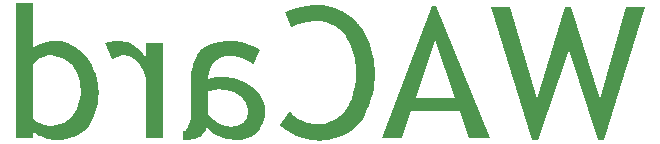
<source format=gbo>
G04*
G04 #@! TF.GenerationSoftware,Altium Limited,CircuitStudio,1.5.1 (13)*
G04*
G04 Layer_Color=13948096*
%FSLAX25Y25*%
%MOIN*%
G70*
G01*
G75*
G36*
X638167Y313847D02*
X639618Y313658D01*
X640943Y313343D01*
X642269Y312901D01*
X643468Y312396D01*
X644540Y311828D01*
X645550Y311260D01*
X646496Y310693D01*
X647317Y310062D01*
X648074Y309494D01*
X648705Y308926D01*
X649210Y308421D01*
X649588Y308042D01*
X649904Y307664D01*
X650093Y307474D01*
X650156Y307411D01*
X651103Y306149D01*
X651860Y304824D01*
X652554Y303499D01*
X653185Y302111D01*
X653690Y300786D01*
X654131Y299398D01*
X654447Y298073D01*
X654762Y296811D01*
X654952Y295675D01*
X655141Y294602D01*
X655204Y293592D01*
X655330Y292772D01*
Y292078D01*
X655393Y291573D01*
Y291258D01*
Y291131D01*
X655330Y289302D01*
X655204Y287535D01*
X654952Y285894D01*
X654636Y284317D01*
X654258Y282865D01*
X653879Y281540D01*
X653437Y280341D01*
X652933Y279206D01*
X652491Y278196D01*
X652049Y277313D01*
X651671Y276619D01*
X651292Y275988D01*
X650976Y275483D01*
X650724Y275167D01*
X650598Y274915D01*
X650535Y274852D01*
X649588Y273779D01*
X648516Y272832D01*
X647443Y272012D01*
X646370Y271318D01*
X645234Y270750D01*
X644099Y270245D01*
X643026Y269804D01*
X641953Y269488D01*
X640943Y269236D01*
X640060Y269046D01*
X639240Y268920D01*
X638483Y268857D01*
X637915Y268794D01*
X637473Y268731D01*
X637094D01*
X635580Y268794D01*
X634192Y268983D01*
X632867Y269236D01*
X631542Y269551D01*
X630406Y269930D01*
X629270Y270372D01*
X628260Y270813D01*
X627377Y271318D01*
X626557Y271823D01*
X625800Y272265D01*
X625169Y272706D01*
X624664Y273085D01*
X624222Y273400D01*
X623970Y273716D01*
X623780Y273842D01*
X623717Y273905D01*
X626998Y278448D01*
X627629Y277691D01*
X628387Y276997D01*
X629081Y276429D01*
X629901Y275924D01*
X630658Y275483D01*
X631479Y275167D01*
X632236Y274852D01*
X632993Y274662D01*
X633687Y274473D01*
X634318Y274347D01*
X634949Y274221D01*
X635454Y274158D01*
X635895Y274095D01*
X636463D01*
X637473Y274158D01*
X638483Y274284D01*
X639366Y274536D01*
X640249Y274789D01*
X641827Y275546D01*
X642521Y275988D01*
X643152Y276429D01*
X643720Y276808D01*
X644225Y277250D01*
X644603Y277628D01*
X644982Y278007D01*
X645234Y278259D01*
X645424Y278512D01*
X645550Y278638D01*
X645613Y278701D01*
X646244Y279584D01*
X646749Y280594D01*
X647254Y281540D01*
X647632Y282550D01*
X648263Y284569D01*
X648705Y286525D01*
X648831Y287409D01*
X648957Y288229D01*
X649020Y288923D01*
X649083Y289554D01*
X649147Y290122D01*
Y290500D01*
Y290753D01*
Y290816D01*
X649083Y292267D01*
X649020Y293592D01*
X648831Y294917D01*
X648642Y296116D01*
X648326Y297252D01*
X648074Y298262D01*
X647758Y299271D01*
X647443Y300155D01*
X647127Y300912D01*
X646812Y301606D01*
X646496Y302174D01*
X646244Y302679D01*
X646055Y303057D01*
X645865Y303310D01*
X645802Y303499D01*
X645739Y303562D01*
X645045Y304446D01*
X644351Y305203D01*
X643594Y305897D01*
X642837Y306465D01*
X642079Y306907D01*
X641322Y307348D01*
X640565Y307664D01*
X639808Y307916D01*
X639177Y308105D01*
X638546Y308295D01*
X637978Y308421D01*
X637473Y308484D01*
X637094Y308547D01*
X635391D01*
X634381Y308484D01*
X633371Y308358D01*
X632488Y308232D01*
X631668Y308042D01*
X630974Y307916D01*
X630280Y307727D01*
X629712Y307538D01*
X629144Y307285D01*
X628702Y307096D01*
X628324Y306970D01*
X628071Y306780D01*
X627819Y306654D01*
X627629Y306528D01*
X627503Y306465D01*
X625484Y311576D01*
X626304Y312018D01*
X627125Y312333D01*
X628955Y312901D01*
X630784Y313343D01*
X632551Y313595D01*
X633435Y313721D01*
X634192Y313784D01*
X634886Y313847D01*
X635454D01*
X635959Y313911D01*
X636653D01*
X638167Y313847D01*
D02*
G37*
G36*
X571029Y301922D02*
X572101Y301732D01*
X573048Y301480D01*
X573931Y301101D01*
X574752Y300660D01*
X575509Y300218D01*
X576203Y299650D01*
X576771Y299145D01*
X577339Y298640D01*
X577780Y298136D01*
X578222Y297631D01*
X578538Y297189D01*
X578790Y296811D01*
X578979Y296558D01*
X579042Y296369D01*
X579106Y296306D01*
Y301417D01*
X584785D01*
Y269488D01*
X579106D01*
Y287724D01*
X578979Y289112D01*
X578727Y290437D01*
X578411Y291573D01*
X577970Y292520D01*
X577591Y293340D01*
X577212Y293908D01*
X576960Y294286D01*
X576897Y294413D01*
X576455Y294917D01*
X576014Y295359D01*
X575130Y295990D01*
X574247Y296495D01*
X573426Y296874D01*
X572732Y297063D01*
X572164Y297126D01*
X571786Y297189D01*
X571660D01*
X570966Y297126D01*
X570271Y297000D01*
X569640Y296747D01*
X569073Y296558D01*
X568631Y296306D01*
X568252Y296053D01*
X568000Y295927D01*
X567937Y295864D01*
X565539Y301417D01*
X566549Y301606D01*
X567432Y301732D01*
X568189Y301858D01*
X568820Y301922D01*
X569325Y301985D01*
X569956D01*
X571029Y301922D01*
D02*
G37*
G36*
X693632Y269488D02*
X686943D01*
X683788Y278701D01*
X667509D01*
X664480Y269488D01*
X657854D01*
X674323Y313721D01*
X675901D01*
X693632Y269488D01*
D02*
G37*
G36*
X608384Y301922D02*
X609330Y301858D01*
X610277Y301669D01*
X611097Y301480D01*
X611854Y301291D01*
X612359Y301164D01*
X612738Y301038D01*
X612801Y300975D01*
X612864D01*
X613874Y300596D01*
X614757Y300218D01*
X615514Y299839D01*
X616145Y299524D01*
X616650Y299208D01*
X616965Y298956D01*
X617218Y298830D01*
X617281Y298767D01*
X614946Y294034D01*
X614378Y294539D01*
X613747Y294981D01*
X612422Y295738D01*
X611097Y296243D01*
X609772Y296558D01*
X608573Y296811D01*
X608068Y296874D01*
X607627D01*
X607248Y296937D01*
X606743D01*
X605544Y296874D01*
X604472Y296621D01*
X603525Y296243D01*
X602705Y295738D01*
X602074Y295170D01*
X601506Y294476D01*
X601064Y293782D01*
X600686Y293088D01*
X600370Y292393D01*
X600181Y291699D01*
X599992Y291005D01*
X599929Y290437D01*
X599865Y289933D01*
X599802Y289554D01*
Y289302D01*
Y289239D01*
X600623Y289491D01*
X601380Y289680D01*
X602074Y289806D01*
X602705Y289933D01*
X603210D01*
X603588Y289996D01*
X603904D01*
X605103Y289933D01*
X606239Y289869D01*
X607311Y289680D01*
X608384Y289491D01*
X609330Y289239D01*
X610214Y288923D01*
X611034Y288608D01*
X611728Y288292D01*
X612422Y287977D01*
X612990Y287661D01*
X613495Y287409D01*
X613937Y287093D01*
X614252Y286904D01*
X614505Y286715D01*
X614631Y286651D01*
X614694Y286588D01*
X615451Y285957D01*
X616082Y285263D01*
X616650Y284569D01*
X617155Y283875D01*
X617533Y283181D01*
X617912Y282550D01*
X618417Y281225D01*
X618669Y280089D01*
X618795Y279647D01*
X618858Y279206D01*
X618922Y278827D01*
Y278575D01*
Y278448D01*
Y278385D01*
X618858Y277628D01*
X618795Y276934D01*
X618480Y275609D01*
X618038Y274473D01*
X617533Y273527D01*
X617092Y272706D01*
X616650Y272138D01*
X616334Y271760D01*
X616208Y271697D01*
Y271634D01*
X615703Y271129D01*
X615136Y270750D01*
X614000Y270056D01*
X612927Y269614D01*
X611917Y269236D01*
X611034Y269046D01*
X610340Y268983D01*
X610088Y268920D01*
X609709D01*
X608447Y268983D01*
X607248Y269110D01*
X606175Y269299D01*
X605103Y269614D01*
X604219Y269930D01*
X603336Y270308D01*
X602579Y270687D01*
X601885Y271066D01*
X601254Y271444D01*
X600749Y271886D01*
X600307Y272201D01*
X599929Y272517D01*
X599676Y272832D01*
X599487Y273022D01*
X599361Y273148D01*
X599298Y273211D01*
X598982Y272391D01*
X598603Y271697D01*
X598162Y271129D01*
X597783Y270687D01*
X597404Y270308D01*
X597089Y270056D01*
X596900Y269930D01*
X596837Y269867D01*
X596142Y269551D01*
X595322Y269299D01*
X594439Y269173D01*
X593555Y269046D01*
X592798Y268983D01*
X592167Y268920D01*
X591599D01*
Y271760D01*
X592041Y272075D01*
X592420Y272391D01*
X593051Y273211D01*
X593492Y274158D01*
X593808Y275041D01*
X593997Y275924D01*
X594060Y276619D01*
X594123Y276934D01*
Y277123D01*
Y277250D01*
Y277313D01*
Y288734D01*
X594186Y289996D01*
X594249Y291131D01*
X594439Y292204D01*
X594628Y293214D01*
X594880Y294097D01*
X595133Y294917D01*
X595385Y295675D01*
X595701Y296306D01*
X596016Y296937D01*
X596269Y297378D01*
X596521Y297820D01*
X596773Y298199D01*
X596963Y298451D01*
X597152Y298640D01*
X597215Y298704D01*
X597278Y298767D01*
X597909Y299335D01*
X598603Y299839D01*
X599361Y300281D01*
X600181Y300660D01*
X601885Y301227D01*
X603525Y301606D01*
X604282Y301732D01*
X605040Y301795D01*
X605671Y301858D01*
X606239Y301922D01*
X606680Y301985D01*
X607374D01*
X608384Y301922D01*
D02*
G37*
G36*
X541372Y299650D02*
X542444Y300407D01*
X543643Y300975D01*
X544905Y301417D01*
X546104Y301669D01*
X547177Y301858D01*
X547682Y301922D01*
X548060D01*
X548439Y301985D01*
X548881D01*
X549953Y301922D01*
X551026Y301795D01*
X552036Y301543D01*
X552982Y301164D01*
X554749Y300344D01*
X555506Y299902D01*
X556200Y299461D01*
X556831Y298956D01*
X557399Y298514D01*
X557904Y298073D01*
X558346Y297694D01*
X558661Y297378D01*
X558914Y297126D01*
X559040Y296937D01*
X559103Y296874D01*
X559860Y295927D01*
X560491Y294917D01*
X561059Y293845D01*
X561564Y292835D01*
X561942Y291826D01*
X562321Y290753D01*
X562826Y288860D01*
X562952Y287977D01*
X563078Y287156D01*
X563204Y286462D01*
X563267Y285831D01*
X563331Y285326D01*
Y284948D01*
Y284695D01*
Y284632D01*
X563267Y283307D01*
X563141Y282045D01*
X563015Y280909D01*
X562763Y279837D01*
X562510Y278764D01*
X562195Y277817D01*
X561816Y276997D01*
X561501Y276177D01*
X561185Y275483D01*
X560807Y274915D01*
X560491Y274347D01*
X560239Y273905D01*
X559986Y273590D01*
X559797Y273337D01*
X559734Y273211D01*
X559671Y273148D01*
X558977Y272391D01*
X558156Y271760D01*
X557399Y271192D01*
X556579Y270687D01*
X555758Y270308D01*
X554938Y269930D01*
X553424Y269425D01*
X552730Y269299D01*
X552036Y269173D01*
X551468Y269046D01*
X550963Y268983D01*
X550521Y268920D01*
X549953D01*
X548944Y268983D01*
X547997Y269046D01*
X547051Y269173D01*
X546230Y269362D01*
X545473Y269614D01*
X544779Y269867D01*
X544148Y270119D01*
X543580Y270372D01*
X543075Y270624D01*
X542634Y270876D01*
X542255Y271129D01*
X541940Y271381D01*
X541687Y271570D01*
X541498Y271697D01*
X541435Y271823D01*
X541372D01*
Y269488D01*
X535693D01*
Y314478D01*
X541372D01*
Y299650D01*
D02*
G37*
G36*
X731618Y268920D02*
X729725D01*
X720071Y299019D01*
X709659Y268920D01*
X707766D01*
X694200Y313153D01*
X700384D01*
X709344Y282739D01*
X718746Y313153D01*
X720828D01*
X730419Y282676D01*
X739190Y313153D01*
X745374D01*
X731618Y268920D01*
D02*
G37*
%LPC*%
G36*
X675396Y302300D02*
X669212Y283055D01*
X682211D01*
X675396Y302300D01*
D02*
G37*
G36*
X547682Y297189D02*
X547240D01*
X546546Y297126D01*
X545915Y297063D01*
X544779Y296684D01*
X543770Y296180D01*
X542886Y295612D01*
X542255Y294981D01*
X541750Y294476D01*
X541498Y294097D01*
X541372Y294034D01*
Y293971D01*
Y276240D01*
X541624Y275924D01*
X541940Y275546D01*
X542760Y274978D01*
X543139Y274789D01*
X543454Y274599D01*
X543706Y274536D01*
X543770Y274473D01*
X544401Y274221D01*
X545031Y274031D01*
X545599Y273842D01*
X546041Y273779D01*
X546420Y273716D01*
X546735Y273653D01*
X546988D01*
X547934Y273716D01*
X548817Y273779D01*
X550395Y274158D01*
X551783Y274726D01*
X552982Y275420D01*
X553992Y276303D01*
X554875Y277313D01*
X555569Y278322D01*
X556074Y279395D01*
X556516Y280468D01*
X556831Y281477D01*
X557084Y282487D01*
X557210Y283370D01*
X557336Y284064D01*
X557399Y284632D01*
Y285011D01*
Y285137D01*
X557336Y286084D01*
X557273Y287030D01*
X556957Y288671D01*
X556516Y290185D01*
X556011Y291447D01*
X555758Y291952D01*
X555506Y292457D01*
X555254Y292835D01*
X555064Y293151D01*
X554875Y293466D01*
X554749Y293655D01*
X554623Y293719D01*
Y293782D01*
X554055Y294413D01*
X553487Y294917D01*
X552856Y295359D01*
X552288Y295738D01*
X551026Y296369D01*
X549890Y296747D01*
X548817Y297000D01*
X548376Y297063D01*
X547997Y297126D01*
X547682Y297189D01*
D02*
G37*
G36*
X604030Y285768D02*
X603147D01*
X602516Y285705D01*
X601317Y285516D01*
X600686Y285389D01*
X600244Y285263D01*
X599929Y285200D01*
X599802D01*
Y277502D01*
X600433Y276808D01*
X601064Y276177D01*
X601758Y275609D01*
X602389Y275104D01*
X603084Y274726D01*
X603715Y274410D01*
X604850Y273905D01*
X605923Y273590D01*
X606365Y273527D01*
X606743Y273464D01*
X606996Y273400D01*
X607437D01*
X608447Y273464D01*
X609330Y273590D01*
X610151Y273842D01*
X610782Y274158D01*
X611350Y274536D01*
X611854Y274978D01*
X612233Y275420D01*
X612485Y275861D01*
X612738Y276303D01*
X612927Y276745D01*
X613179Y277565D01*
Y277881D01*
X613243Y278133D01*
Y278259D01*
Y278322D01*
X613116Y279395D01*
X612801Y280404D01*
X612422Y281288D01*
X611917Y282108D01*
X611413Y282676D01*
X611034Y283181D01*
X610719Y283433D01*
X610592Y283559D01*
X609520Y284317D01*
X608321Y284822D01*
X607185Y285200D01*
X606049Y285516D01*
X605103Y285642D01*
X604661Y285705D01*
X604282D01*
X604030Y285768D01*
D02*
G37*
%LPD*%
M02*

</source>
